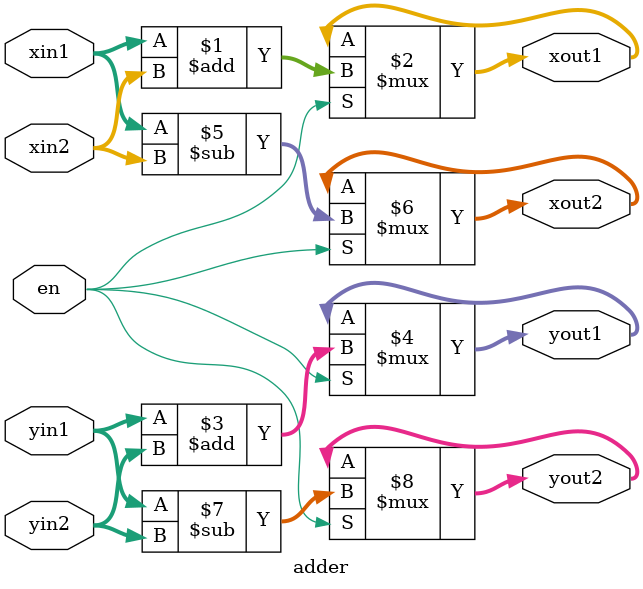
<source format=v>
module  adder
	#(parameter bit_width=16) (
    
    input   signed [bit_width-1:0] xin1,
    input   signed [bit_width-1:0] yin1,
	input   signed [bit_width-1:0] xin2,
	input   signed [bit_width-1:0] yin2,

    input   en,

    output  signed [bit_width-1:0]  xout1,
	output  signed [bit_width-1:0]  yout1,
    output  signed [bit_width-1:0]  xout2,
	output  signed [bit_width-1:0]  yout2
    
   );
   
  assign xout1 = en ?  xin1 + xin2 : xout1;
  assign yout1 = en ?  yin1 + yin2 : yout1;

  
  assign xout2 =  en ? xin1-xin2 : xout2 ;
  assign yout2 =  en ? yin1-yin2 : yout2 ; 

endmodule
</source>
